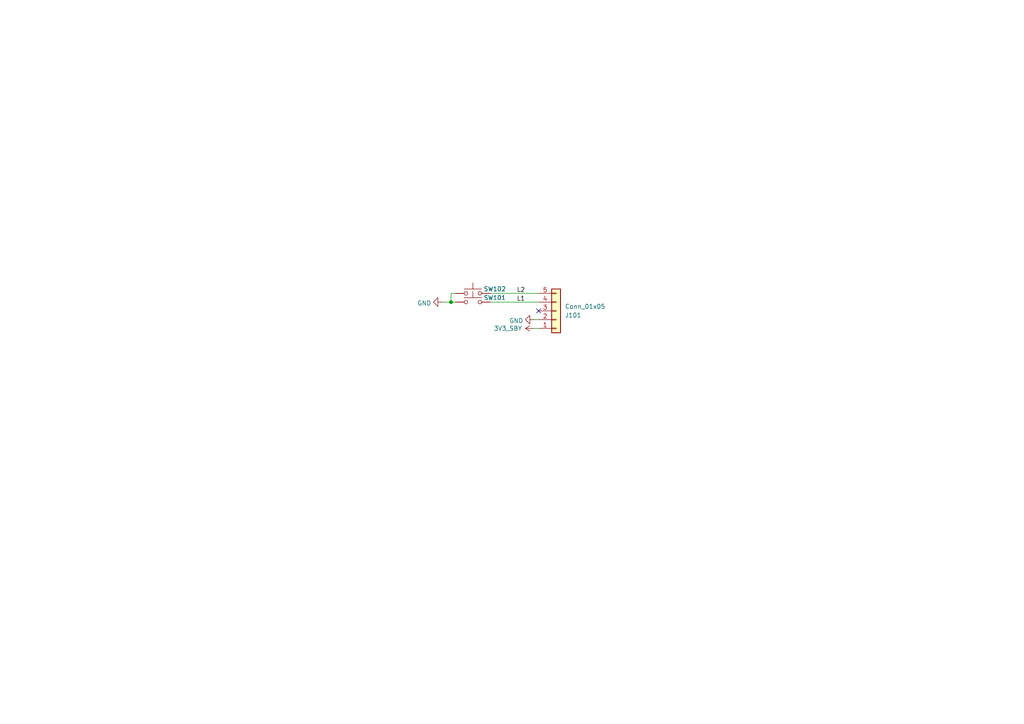
<source format=kicad_sch>
(kicad_sch (version 20230121) (generator eeschema)
  (paper "A4")
  (lib_symbols
    (symbol "Connector_Generic:Conn_01x05" (pin_names (offset 1.016) hide)
      (property "Reference" "J" (at 0 7.62 0))
      (property "Value" "Conn_01x05" (at 0 -7.62 0))
      (symbol "Conn_01x05_1_1"
        (rectangle (start -1.27 -4.953) (end 0 -5.207) (stroke (width 0.1524)))
        (rectangle (start -1.27 -2.413) (end 0 -2.667) (stroke (width 0.1524)))
        (rectangle (start -1.27 0.127) (end 0 -0.127) (stroke (width 0.1524)))
        (rectangle (start -1.27 2.667) (end 0 2.413) (stroke (width 0.1524)))
        (rectangle (start -1.27 5.207) (end 0 4.953) (stroke (width 0.1524)))
        (rectangle (start -1.27 6.35) (end 1.27 -6.35) (stroke (width 0.254)) (fill (type background)))
        (pin passive line (at -5.08 5.08 0) (length 3.81) (name "Pin_1") (number "1"))
        (pin passive line (at -5.08 2.54 0) (length 3.81) (name "Pin_2") (number "2"))
        (pin passive line (at -5.08 0 0) (length 3.81) (name "Pin_3") (number "3"))
        (pin passive line (at -5.08 -2.54 0) (length 3.81) (name "Pin_4") (number "4"))
        (pin passive line (at -5.08 -5.08 0) (length 3.81) (name "Pin_5") (number "5"))
      )
    )
    (symbol "PS2:3V5_SBY" (power) (pin_names (offset 0))
      (property "Value" "3V3_SBY" (at 0 3.556 0))
      (symbol "3V5_SBY_0_1"
        (polyline (pts (xy -0.762 1.27) (xy 0 2.54)))
        (polyline (pts (xy 0 0) (xy 0 2.54)))
        (polyline (pts (xy 0 2.54) (xy 0.762 1.27)))
      )
      (symbol "3V5_SBY_1_1"
        (pin power_in line (at 0 0 90) (length 0) hide (name "3V3_SBY") (number "1"))
      )
    )
    (symbol "Switch:SW_Push" (pin_numbers hide) (pin_names (offset 1.016) hide)
      (property "Reference" "SW" (at 1.27 2.54 0))
      (property "Value" "SW_Push" (at 0 -1.524 0))
      (symbol "SW_Push_0_1"
        (circle (center -2.032 0) (radius 0.508))
        (polyline (pts (xy 0 1.27) (xy 0 3.048)))
        (polyline (pts (xy 2.54 1.27) (xy -2.54 1.27)))
        (circle (center 2.032 0) (radius 0.508))
        (pin passive line (at -5.08 0 0) (length 2.54) (name "1") (number "1"))
        (pin passive line (at 5.08 0 180) (length 2.54) (name "2") (number "2"))
      )
    )
    (symbol "power:GND" (power) (pin_names (offset 0))
      (property "Value" "GND" (at 0 -3.81 0))
      (symbol "GND_0_1"
        (polyline (pts (xy 0 0) (xy 0 -1.27) (xy 1.27 -1.27) (xy 0 -2.54) (xy -1.27 -1.27) (xy 0 -1.27)))
      )
      (symbol "GND_1_1"
        (pin power_in line (at 0 0 270) (length 0) hide (name "GND") (number "1"))
      )
    )
  )
  (junction (at 130.81 87.63))
  (no_connect (at 156.21 90.17))
  (wire (pts (xy 130.81 85.09) (xy 130.81 87.63)))
  (wire (pts (xy 142.24 87.63) (xy 156.21 87.63)))
  (wire (pts (xy 142.24 85.09) (xy 156.21 85.09)))
  (wire (pts (xy 132.08 85.09) (xy 130.81 85.09)))
  (wire (pts (xy 128.27 87.63) (xy 130.81 87.63)))
  (wire (pts (xy 130.81 87.63) (xy 132.08 87.63)))
  (wire (pts (xy 154.94 95.25) (xy 156.21 95.25)))
  (wire (pts (xy 154.94 92.71) (xy 156.21 92.71)))
  (label "L2" (at 149.86 85.09 0))
  (label "L1" (at 149.86 87.63 0))
  (symbol (lib_id "Switch:SW_Push") (at 137.16 85.09 0) (unit 1)
    (property "Reference" "SW102" (at 143.51 83.82 0))
    (property "Value" "SW" (effects hide))
    (property "Footprint" "PS2:SW_KSC222J_LFS" (effects hide))
    (property "Part Number" "KSC222J_LFS" (effects hide))
  )
  (symbol (lib_id "power:GND") (at 154.94 92.71 270) (unit 1)
    (property "Reference" "#PWR0131" (effects hide))
    (property "Value" "GND" (at 151.7651 93.0268 90) (effects (justify right)))
  )
  (symbol (lib_id "Connector_Generic:Conn_01x05") (at 161.29 90.17 0) (mirror x) (unit 1)
    (property "Reference" "J101" (at 163.83 91.44 0) (effects (justify left)))
    (property "Value" "Conn_01x05" (at 163.83 88.9 0) (effects (justify left)))
    (property "Footprint" "PS2:5034800540_FFC" (effects hide))
  )
  (symbol (lib_id "Switch:SW_Push") (at 137.16 87.63 0) (unit 1)
    (property "Reference" "SW101" (at 143.51 86.36 0))
    (property "Value" "SW" (effects hide))
    (property "Footprint" "PS2:SW_KSC222J_LFS" (effects hide))
    (property "Part Number" "KSC222J_LFS" (effects hide))
  )
  (symbol (lib_id "power:GND") (at 128.27 87.63 270) (unit 1)
    (property "Reference" "#PWR0101" (effects hide))
    (property "Value" "GND" (at 125.0951 87.9468 90) (effects (justify right)))
  )
  (symbol (lib_id "PS2:3V5_SBY") (at 154.94 95.25 90) (unit 1)
    (property "Reference" "#PWR0133" (effects hide))
    (property "Value" "3V3_SBY" (at 147.32 95.25 90))
  )
)
</source>
